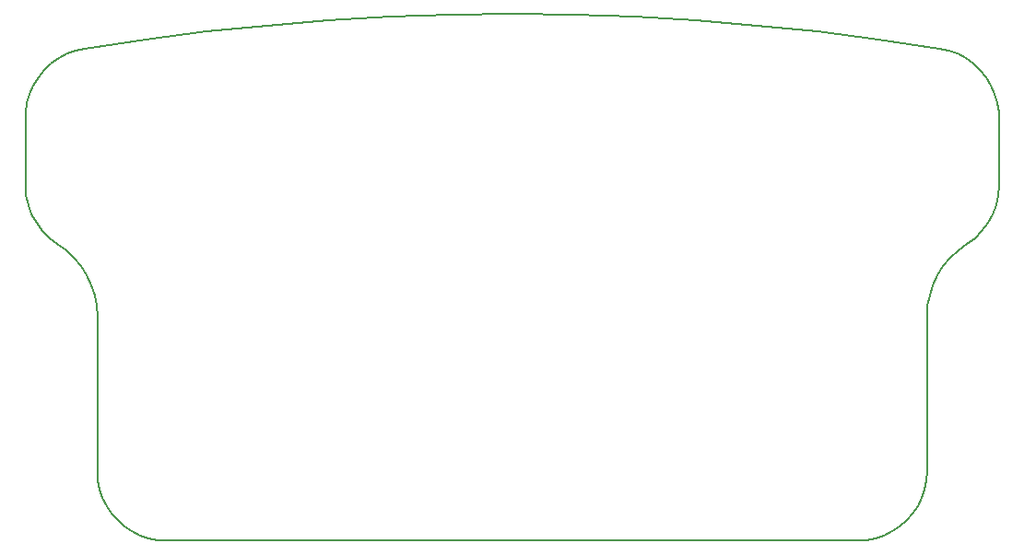
<source format=gm1>
G04 Layer_Color=16711935*
%FSLAX25Y25*%
%MOIN*%
G70*
G01*
G75*
%ADD32C,0.00787*%
D32*
X352670Y124830D02*
X352926Y128401D01*
X351906Y121334D02*
X352670Y124830D01*
X350651Y117982D02*
X351906Y121334D01*
X348931Y114843D02*
X350651Y117982D01*
X346779Y111983D02*
X348931Y114843D01*
X344242Y109458D02*
X346779Y111983D01*
X341370Y107323D02*
X344242Y109458D01*
X338207Y105015D02*
X341370Y107323D01*
X335357Y102329D02*
X338207Y105015D01*
X332866Y99308D02*
X335357Y102329D01*
X330772Y95999D02*
X332866Y99308D01*
X329109Y92455D02*
X330772Y95999D01*
X327901Y88730D02*
X329109Y92455D01*
X327169Y84883D02*
X327901Y88730D01*
X326924Y80976D02*
X327169Y84883D01*
X326924Y24817D02*
Y80976D01*
X326710Y21554D02*
X326924Y24817D01*
X326072Y18347D02*
X326710Y21554D01*
X325021Y15250D02*
X326072Y18347D01*
X323575Y12317D02*
X325021Y15250D01*
X321758Y9598D02*
X323575Y12317D01*
X319602Y7139D02*
X321758Y9598D01*
X317143Y4983D02*
X319602Y7139D01*
X314424Y3167D02*
X317143Y4983D01*
X311491Y1720D02*
X314424Y3167D01*
X308394Y669D02*
X311491Y1720D01*
X305187Y31D02*
X308394Y669D01*
X301924Y-183D02*
X305187Y31D01*
X51924Y-183D02*
X301924D01*
X48661Y31D02*
X51924Y-183D01*
X45453Y669D02*
X48661Y31D01*
X42357Y1720D02*
X45453Y669D01*
X39424Y3167D02*
X42357Y1720D01*
X36705Y4983D02*
X39424Y3167D01*
X34246Y7139D02*
X36705Y4983D01*
X32090Y9598D02*
X34246Y7139D01*
X30273Y12317D02*
X32090Y9598D01*
X28827Y15250D02*
X30273Y12317D01*
X27776Y18347D02*
X28827Y15250D01*
X27138Y21554D02*
X27776Y18347D01*
X26924Y24817D02*
X27138Y21554D01*
X26924Y24817D02*
Y80976D01*
X26679Y84883D02*
X26924Y80976D01*
X25947Y88730D02*
X26679Y84883D01*
X24739Y92455D02*
X25947Y88730D01*
X23076Y95999D02*
X24739Y92455D01*
X20982Y99308D02*
X23076Y95999D01*
X18491Y102329D02*
X20982Y99308D01*
X15641Y105015D02*
X18491Y102329D01*
X12478Y107323D02*
X15641Y105015D01*
X9606Y109458D02*
X12478Y107323D01*
X7068Y111983D02*
X9606Y109458D01*
X4917Y114843D02*
X7068Y111983D01*
X3196Y117982D02*
X4917Y114843D01*
X1942Y121334D02*
X3196Y117982D01*
X1178Y124830D02*
X1942Y121334D01*
X922Y128401D02*
X1178Y124830D01*
X922Y128401D02*
Y154824D01*
X1434Y158202D01*
X2389Y161483D01*
X3769Y164609D01*
X5550Y167525D01*
X7701Y170179D01*
X10184Y172526D01*
X12956Y174524D01*
X15967Y176138D01*
X19165Y177340D01*
X22495Y178108D01*
X44405Y181396D01*
X66385Y184180D01*
X88423Y186459D01*
X110508Y188233D01*
X132627Y189499D01*
X154770Y190257D01*
X176924Y190507D01*
X199078Y190257D01*
X221221Y189499D01*
X243340Y188233D01*
X265425Y186459D01*
X287463Y184180D01*
X309443Y181396D01*
X331353Y178108D01*
X334682Y177340D01*
X337881Y176138D01*
X340892Y174524D01*
X343664Y172526D01*
X346147Y170179D01*
X348298Y167525D01*
X350079Y164609D01*
X351459Y161483D01*
X352414Y158202D01*
X352926Y154824D01*
Y128401D02*
Y154824D01*
M02*

</source>
